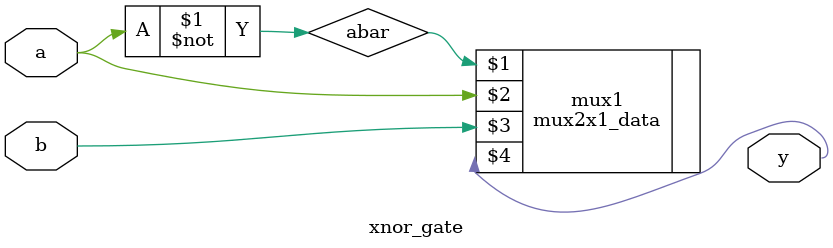
<source format=v>
module xnor_gate(a,b,y);

input a,b;
output y;

wire abar;

mux2x1_data mux1(abar,a,b,y);
not g1(abar,a);

endmodule

</source>
